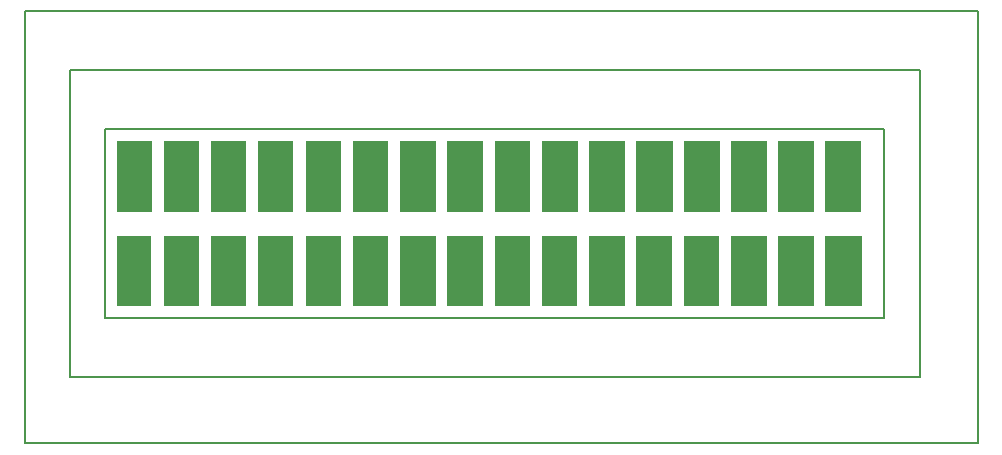
<source format=gm1>
G04 Layer_Color=16711935*
%FSLAX25Y25*%
%MOIN*%
G70*
G01*
G75*
%ADD34C,0.00500*%
G36*
X455903Y389441D02*
X443996D01*
Y413054D01*
X455903D01*
Y389441D01*
D02*
G37*
G36*
X471732D02*
X459744D01*
Y413051D01*
X471732D01*
Y389441D01*
D02*
G37*
G36*
X424334D02*
X412500D01*
Y413055D01*
X424334D01*
Y389441D01*
D02*
G37*
G36*
X440096D02*
X428248D01*
Y413058D01*
X440096D01*
Y389441D01*
D02*
G37*
G36*
X519031D02*
X506988D01*
Y413054D01*
X519031D01*
Y389441D01*
D02*
G37*
G36*
X534785D02*
X522736D01*
Y413055D01*
X534785D01*
Y389441D01*
D02*
G37*
G36*
X487401D02*
X475492D01*
Y413058D01*
X487401D01*
Y389441D01*
D02*
G37*
G36*
X503260D02*
X491240D01*
Y413054D01*
X503260D01*
Y389441D01*
D02*
G37*
G36*
X329648D02*
X318012D01*
Y413055D01*
X329648D01*
Y389441D01*
D02*
G37*
G36*
X345418D02*
X333760D01*
Y413054D01*
X345418D01*
Y389441D01*
D02*
G37*
G36*
X298065D02*
X286516D01*
Y413054D01*
X298065D01*
Y389441D01*
D02*
G37*
G36*
X313945D02*
X302264D01*
Y413058D01*
X313945D01*
Y389441D01*
D02*
G37*
G36*
X392789D02*
X381004D01*
Y413058D01*
X392789D01*
Y389441D01*
D02*
G37*
G36*
X408556D02*
X396752D01*
Y413056D01*
X408556D01*
Y389441D01*
D02*
G37*
G36*
X361211D02*
X349508D01*
Y413055D01*
X361211D01*
Y389441D01*
D02*
G37*
G36*
X376943D02*
X365256D01*
Y413049D01*
X376943D01*
Y389441D01*
D02*
G37*
G36*
X455851Y420937D02*
X443996D01*
Y444587D01*
X455851D01*
Y420937D01*
D02*
G37*
G36*
X471766D02*
X459744D01*
Y444658D01*
X471766D01*
Y420937D01*
D02*
G37*
G36*
X424333D02*
X412500D01*
Y444612D01*
X424333D01*
Y420937D01*
D02*
G37*
G36*
X440157D02*
X428248D01*
Y444657D01*
X440157D01*
Y420937D01*
D02*
G37*
G36*
X518893D02*
X506988D01*
Y444584D01*
X518893D01*
Y420937D01*
D02*
G37*
G36*
X534668D02*
X522736D01*
Y444586D01*
X534668D01*
Y420937D01*
D02*
G37*
G36*
X487459D02*
X475492D01*
Y444616D01*
X487459D01*
Y420937D01*
D02*
G37*
G36*
X503330D02*
X491240D01*
Y444644D01*
X503330D01*
Y420937D01*
D02*
G37*
G36*
X329682D02*
X318012D01*
Y444606D01*
X329682D01*
Y420937D01*
D02*
G37*
G36*
X345394D02*
X333760D01*
Y444632D01*
X345394D01*
Y420937D01*
D02*
G37*
G36*
X298255D02*
X286516D01*
Y444576D01*
X298255D01*
Y420937D01*
D02*
G37*
G36*
X313807D02*
X302264D01*
Y444634D01*
X313807D01*
Y420937D01*
D02*
G37*
G36*
X392780D02*
X381004D01*
Y444608D01*
X392780D01*
Y420937D01*
D02*
G37*
G36*
X408555D02*
X396752D01*
Y444618D01*
X408555D01*
Y420937D01*
D02*
G37*
G36*
X361263D02*
X349508D01*
Y444589D01*
X361263D01*
Y420937D01*
D02*
G37*
G36*
X376943D02*
X365256D01*
Y444656D01*
X376943D01*
Y420937D01*
D02*
G37*
D34*
X554232Y365819D02*
Y468181D01*
X270768D02*
X554232D01*
X270768Y365819D02*
Y468181D01*
Y365819D02*
X554232D01*
X282579Y448496D02*
X542421D01*
X282579Y385504D02*
Y448496D01*
Y385504D02*
X542421D01*
Y448496D01*
X255807Y487866D02*
X573524D01*
X255807Y343772D02*
Y487866D01*
Y343772D02*
X573524D01*
Y487866D01*
M02*

</source>
